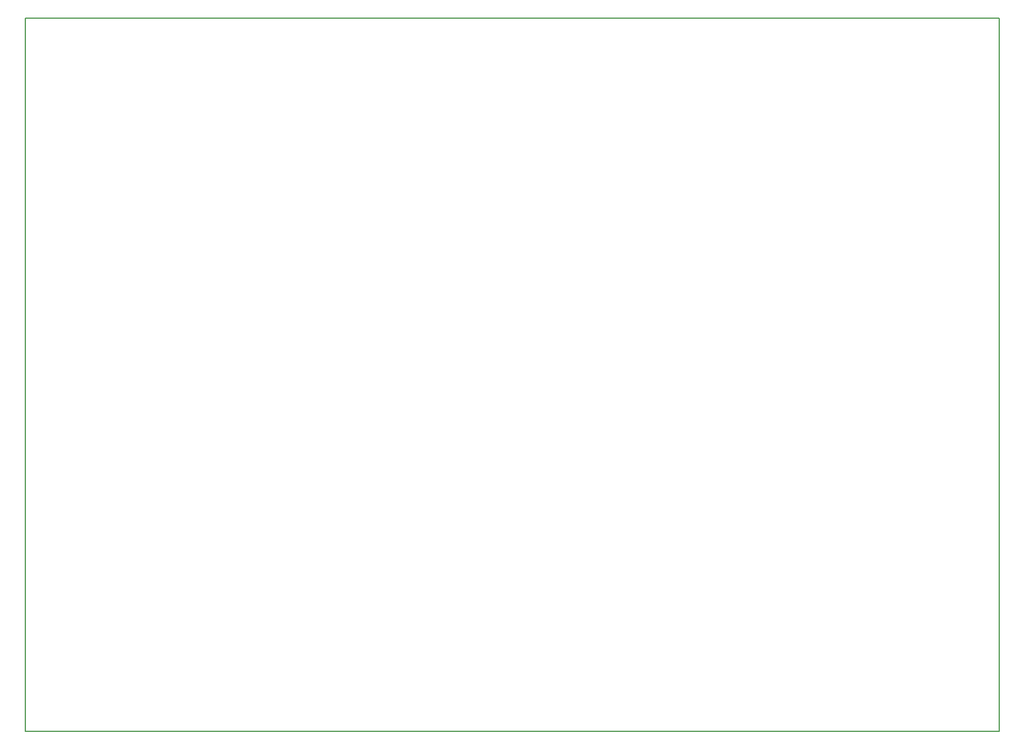
<source format=gbo>
G04 MADE WITH FRITZING*
G04 WWW.FRITZING.ORG*
G04 DOUBLE SIDED*
G04 HOLES PLATED*
G04 CONTOUR ON CENTER OF CONTOUR VECTOR*
%ASAXBY*%
%FSLAX23Y23*%
%MOIN*%
%OFA0B0*%
%SFA1.0B1.0*%
%ADD10R,5.905520X4.330720X5.889520X4.314720*%
%ADD11C,0.008000*%
%LNSILK0*%
G90*
G70*
G54D11*
X4Y4327D02*
X5902Y4327D01*
X5902Y4D01*
X4Y4D01*
X4Y4327D01*
D02*
G04 End of Silk0*
M02*
</source>
